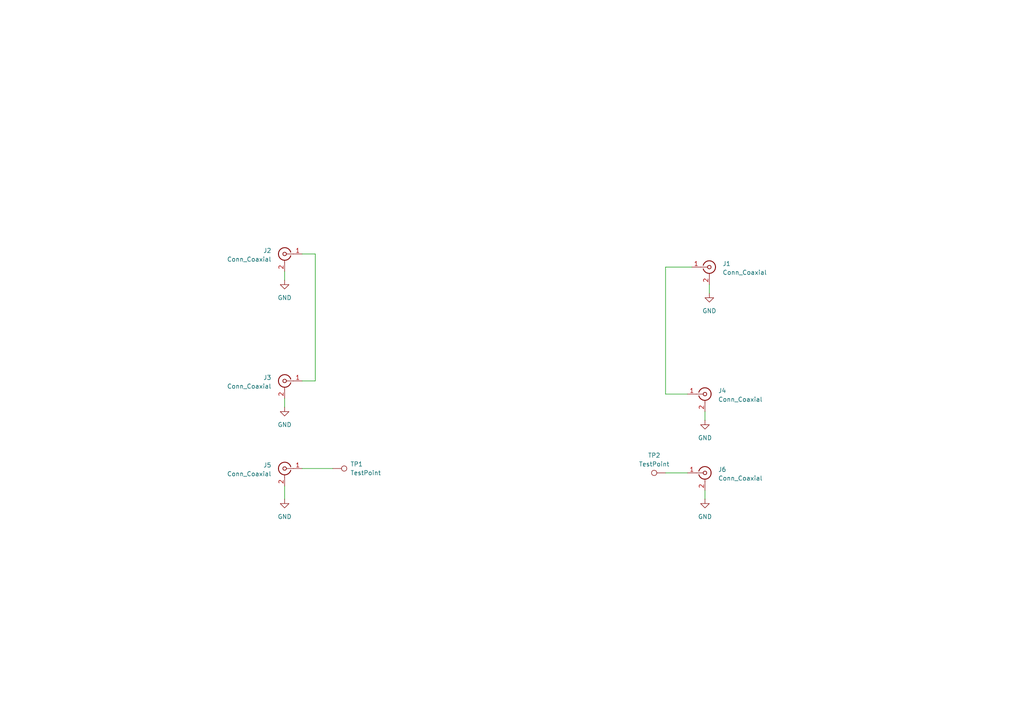
<source format=kicad_sch>
(kicad_sch (version 20250114) (generator "eeschema") (generator_version "9.0")
  (paper "A4")
  (lib_symbols
    (symbol "Connector:Conn_Coaxial" (pin_names (offset 1.016) (hide yes))
      (property "Reference" "J" (at 0.254 3.048 0))
      (property "Value" "Conn_Coaxial" (at 2.921 0 90))
      (symbol "Conn_Coaxial_0_1"
        (polyline (pts (xy -2.54 0) (xy -0.508 0)))
        (arc (start 1.778 0) (mid 0.222 -1.8079) (end -1.778 -0.508) (stroke (width 0.254)))
        (arc (start -1.778 0.508) (mid 0.2221 1.8084) (end 1.778 0) (stroke (width 0.254)))
        (circle (center 0 0) (radius 0.508) (stroke (width 0.2032)))
        (polyline (pts (xy 0 -2.54) (xy 0 -1.778)))
      )
      (symbol "Conn_Coaxial_1_1"
        (pin passive line (at -5.08 0 0) (length 2.54) (name "In") (number "1"))
        (pin passive line (at 0 -5.08 90) (length 2.54) (name "Ext") (number "2"))
      )
    )
    (symbol "Connector:TestPoint" (pin_numbers (hide yes)) (pin_names (offset 0.762) (hide yes))
      (property "Reference" "TP" (at 0 6.858 0))
      (property "Value" "TestPoint" (at 0 5.08 0))
      (symbol "TestPoint_0_1"
        (circle (center 0 3.302) (radius 0.762))
      )
      (symbol "TestPoint_1_1"
        (pin passive line (at 0 0 90) (length 2.54) (name "1") (number "1"))
      )
    )
    (symbol "power:GND" (power) (pin_numbers (hide yes)) (pin_names (offset 0) (hide yes))
      (property "Value" "GND" (at 0 -3.81 0))
      (symbol "GND_0_1"
        (polyline (pts (xy 0 0) (xy 0 -1.27) (xy 1.27 -1.27) (xy 0 -2.54) (xy -1.27 -1.27) (xy 0 -1.27)))
      )
      (symbol "GND_1_1"
        (pin power_in line (at 0 0 270) (length 0) (name "~") (number "1"))
      )
    )
  )
  (wire (pts (xy 204.47 142.24) (xy 204.47 144.78)))
  (wire (pts (xy 82.55 140.97) (xy 82.55 144.78)))
  (wire (pts (xy 193.04 77.47) (xy 193.04 114.3)))
  (wire (pts (xy 193.04 114.3) (xy 199.39 114.3)))
  (wire (pts (xy 204.47 119.38) (xy 204.47 121.92)))
  (wire (pts (xy 200.66 77.47) (xy 193.04 77.47)))
  (wire (pts (xy 82.55 78.74) (xy 82.55 81.28)))
  (wire (pts (xy 82.55 115.57) (xy 82.55 118.11)))
  (wire (pts (xy 87.63 73.66) (xy 91.44 73.66)))
  (wire (pts (xy 205.74 82.55) (xy 205.74 85.09)))
  (wire (pts (xy 87.63 135.89) (xy 96.52 135.89)))
  (wire (pts (xy 91.44 73.66) (xy 91.44 110.49)))
  (wire (pts (xy 193.04 137.16) (xy 199.39 137.16)))
  (wire (pts (xy 91.44 110.49) (xy 87.63 110.49)))
  (symbol (lib_id "Connector:Conn_Coaxial") (at 204.47 137.16 0) (unit 1)
    (property "Reference" "J6" (at 208.28 136.1831 0) (effects (justify left)))
    (property "Value" "Conn_Coaxial" (at 208.28 138.7231 0) (effects (justify left)))
    (property "Footprint" "Connector_Coaxial:SMA_Amphenol_132289_EdgeMount" (effects (hide yes)))
    (property "Description" "coaxial connector (BNC, SMA, SMB, SMC, Cinch/RCA, LEMO, ...)" (effects (hide yes)))
  )
  (symbol (lib_id "Connector:Conn_Coaxial") (at 205.74 77.47 0) (unit 1)
    (property "Reference" "J1" (at 209.55 76.4931 0) (effects (justify left)))
    (property "Value" "Conn_Coaxial" (at 209.55 79.0331 0) (effects (justify left)))
    (property "Footprint" "Connector_Coaxial:SMA_Amphenol_132289_EdgeMount" (effects (hide yes)))
    (property "Description" "coaxial connector (BNC, SMA, SMB, SMC, Cinch/RCA, LEMO, ...)" (effects (hide yes)))
  )
  (symbol (lib_id "Connector:Conn_Coaxial") (at 82.55 73.66 0) (mirror y) (unit 1)
    (property "Reference" "J2" (at 78.74 72.6831 0) (effects (justify left)))
    (property "Value" "Conn_Coaxial" (at 78.74 75.2231 0) (effects (justify left)))
    (property "Footprint" "Connector_Coaxial:SMA_Amphenol_132289_EdgeMount" (effects (hide yes)))
    (property "Description" "coaxial connector (BNC, SMA, SMB, SMC, Cinch/RCA, LEMO, ...)" (effects (hide yes)))
  )
  (symbol (lib_id "Connector:Conn_Coaxial") (at 82.55 135.89 0) (mirror y) (unit 1)
    (property "Reference" "J5" (at 78.74 134.9131 0) (effects (justify left)))
    (property "Value" "Conn_Coaxial" (at 78.74 137.4531 0) (effects (justify left)))
    (property "Footprint" "Connector_Coaxial:SMA_Amphenol_132289_EdgeMount" (effects (hide yes)))
    (property "Description" "coaxial connector (BNC, SMA, SMB, SMC, Cinch/RCA, LEMO, ...)" (effects (hide yes)))
  )
  (symbol (lib_id "Connector:TestPoint") (at 96.52 135.89 270) (unit 1)
    (property "Reference" "TP1" (at 101.6 134.6199 90) (effects (justify left)))
    (property "Value" "TestPoint" (at 101.6 137.1599 90) (effects (justify left)))
    (property "Footprint" "TestPoint:TestPoint_Pad_3.0x3.0mm" (effects (hide yes)))
    (property "Description" "test point" (effects (hide yes)))
  )
  (symbol (lib_id "Connector:Conn_Coaxial") (at 204.47 114.3 0) (unit 1)
    (property "Reference" "J4" (at 208.28 113.3231 0) (effects (justify left)))
    (property "Value" "Conn_Coaxial" (at 208.28 115.8631 0) (effects (justify left)))
    (property "Footprint" "Connector_Coaxial:SMA_Amphenol_132289_EdgeMount" (effects (hide yes)))
    (property "Description" "coaxial connector (BNC, SMA, SMB, SMC, Cinch/RCA, LEMO, ...)" (effects (hide yes)))
  )
  (symbol (lib_id "power:GND") (at 204.47 121.92 0) (unit 1)
    (property "Reference" "#PWR04" (effects (hide yes)))
    (property "Value" "GND" (at 204.47 127 0))
    (property "Description" "Power symbol creates a global label with name \"GND\" , ground" (effects (hide yes)))
  )
  (symbol (lib_id "power:GND") (at 82.55 118.11 0) (unit 1)
    (property "Reference" "#PWR02" (effects (hide yes)))
    (property "Value" "GND" (at 82.55 123.19 0))
    (property "Description" "Power symbol creates a global label with name \"GND\" , ground" (effects (hide yes)))
  )
  (symbol (lib_id "Connector:Conn_Coaxial") (at 82.55 110.49 0) (mirror y) (unit 1)
    (property "Reference" "J3" (at 78.74 109.5131 0) (effects (justify left)))
    (property "Value" "Conn_Coaxial" (at 78.74 112.0531 0) (effects (justify left)))
    (property "Footprint" "Connector_Coaxial:SMA_Amphenol_132289_EdgeMount" (effects (hide yes)))
    (property "Description" "coaxial connector (BNC, SMA, SMB, SMC, Cinch/RCA, LEMO, ...)" (effects (hide yes)))
  )
  (symbol (lib_id "power:GND") (at 204.47 144.78 0) (unit 1)
    (property "Reference" "#PWR05" (effects (hide yes)))
    (property "Value" "GND" (at 204.47 149.86 0))
    (property "Description" "Power symbol creates a global label with name \"GND\" , ground" (effects (hide yes)))
  )
  (symbol (lib_id "Connector:TestPoint") (at 193.04 137.16 90) (unit 1)
    (property "Reference" "TP2" (at 189.738 132.08 90))
    (property "Value" "TestPoint" (at 189.738 134.62 90))
    (property "Footprint" "TestPoint:TestPoint_Pad_3.0x3.0mm" (effects (hide yes)))
    (property "Description" "test point" (effects (hide yes)))
  )
  (symbol (lib_id "power:GND") (at 82.55 81.28 0) (unit 1)
    (property "Reference" "#PWR01" (effects (hide yes)))
    (property "Value" "GND" (at 82.55 86.36 0))
    (property "Description" "Power symbol creates a global label with name \"GND\" , ground" (effects (hide yes)))
  )
  (symbol (lib_id "power:GND") (at 82.55 144.78 0) (unit 1)
    (property "Reference" "#PWR06" (effects (hide yes)))
    (property "Value" "GND" (at 82.55 149.86 0))
    (property "Description" "Power symbol creates a global label with name \"GND\" , ground" (effects (hide yes)))
  )
  (symbol (lib_id "power:GND") (at 205.74 85.09 0) (unit 1)
    (property "Reference" "#PWR03" (effects (hide yes)))
    (property "Value" "GND" (at 205.74 90.17 0))
    (property "Description" "Power symbol creates a global label with name \"GND\" , ground" (effects (hide yes)))
  )
)
</source>
